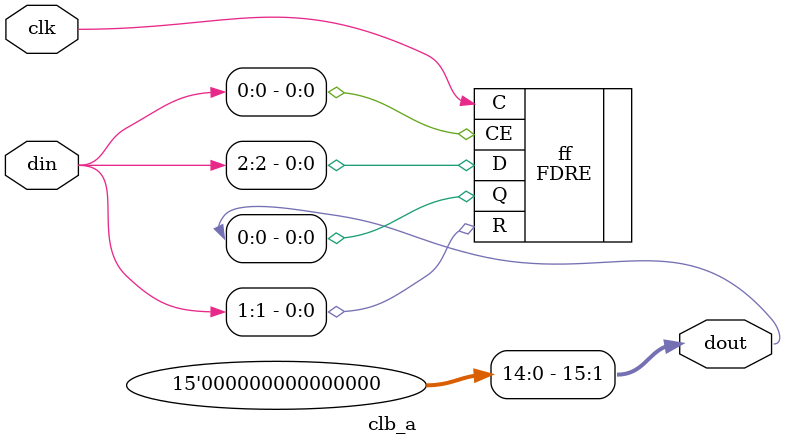
<source format=v>
module clb_a (input clk, input [15:0] din, output [15:0] dout);
	(* LOC="SLICE_X0Y240", BEL="AFF", DONT_TOUCH *)
	FDRE ff (
		.C(clk),
		.Q(dout[0]),
		.CE(din[0]),
		.R(din[1]),
		.D(din[2])
	);
	assign dout[15:1] = 0;
endmodule
</source>
